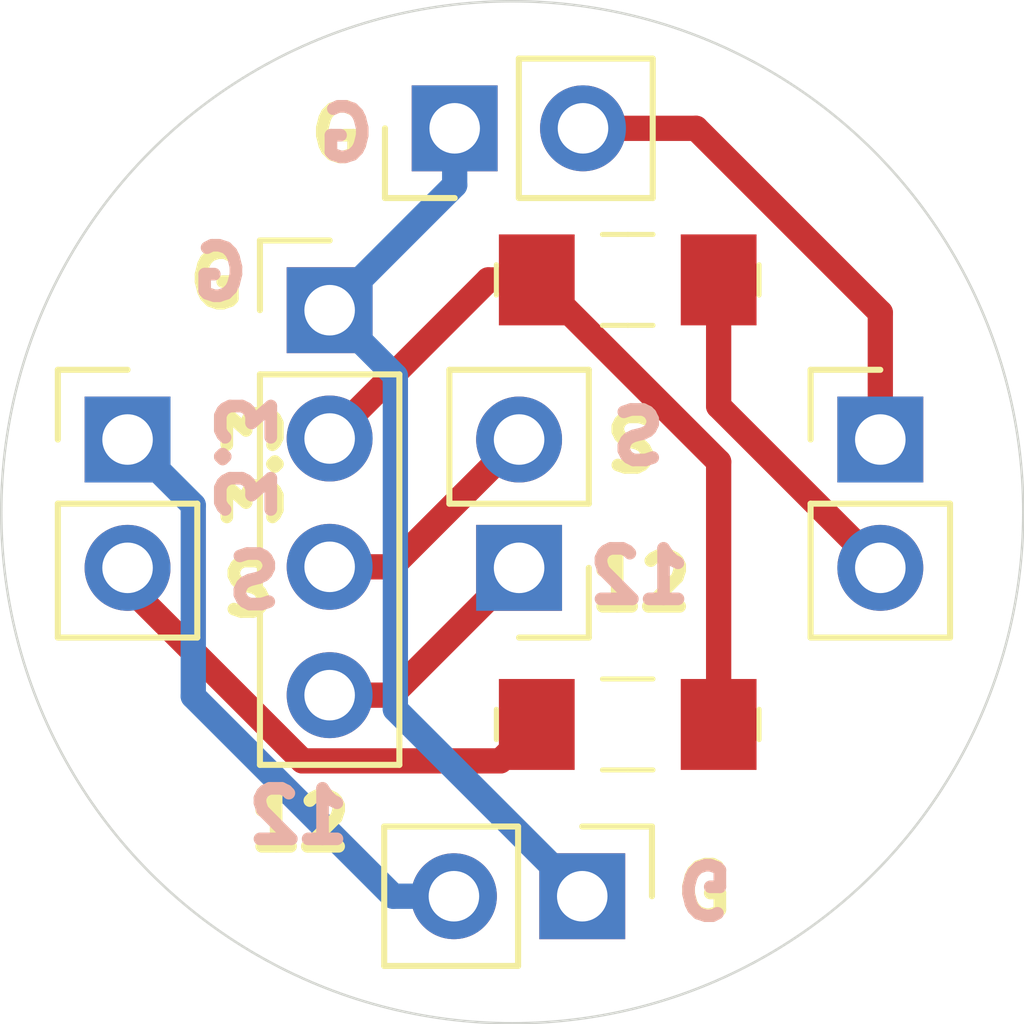
<source format=kicad_pcb>
(kicad_pcb (version 20241229) (generator "pcbnew") (generator_version "9.0")
  (layers (0 "F.Cu" signal) (2 "B.Cu" signal) (13 "F.Paste" user) (15 "B.Paste" user) (5 "F.SilkS" user "F.Silkscreen") (7 "B.SilkS" user "B.Silkscreen") (1 "F.Mask" user) (3 "B.Mask" user) (25 "Edge.Cuts" user))
  (net 0 "")
  (net 1 "GND")
  (net 2 "Net-(D3-A)")
  (net 3 "Net-(D3-K)")
  (net 4 "Net-(D1-K)")
  (net 5 "Net-(D1-A)")
  (net 6 "/S")
  (net 7 "/12")
  (net 8 "/3.3")
  (footprint "Connector_PinHeader_2.54mm:PinHeader_1x02_P2.54mm_Vertical" (layer "F.Cu") (at 166.5 104 -90)
    (property "Reference" "D4" (hide yes))
    (property "Value" "LED" (hide yes))
    (fp_line (start -1.38 3.92) (end 1.38 3.92) (stroke (width 0.12)) (layer "F.SilkS"))
    (fp_line (start -1.38 1.27) (end -1.38 3.92) (stroke (width 0.12)) (layer "F.SilkS"))
    (fp_line (start -1.38 1.27) (end 1.38 1.27) (stroke (width 0.12)) (layer "F.SilkS"))
    (fp_line (start 1.38 1.27) (end 1.38 3.92) (stroke (width 0.12)) (layer "F.SilkS"))
    (fp_line (start -1.38 0) (end -1.38 -1.38) (stroke (width 0.12)) (layer "F.SilkS"))
    (fp_line (start -1.38 -1.38) (end 0 -1.38) (stroke (width 0.12)) (layer "F.SilkS"))
    (pad "1" thru_hole rect (at 0 0 270) (size 1.7 1.7) (drill 1) (layers "*.Cu" "*.Mask") (net 1 "GND"))
    (pad "2" thru_hole circle (at 0 2.54 270) (size 1.7 1.7) (drill 1) (layers "*.Cu" "*.Mask") (net 3 "Net-(D3-K)"))
  )
  (footprint "Connector_PinHeader_2.54mm:PinHeader_1x02_P2.54mm_Vertical" (layer "F.Cu") (at 172.4 94.96)
    (property "Reference" "D1" (hide yes))
    (property "Value" "LED" (hide yes))
    (fp_line (start -1.38 -1.38) (end 0 -1.38) (stroke (width 0.12)) (layer "F.SilkS"))
    (fp_line (start -1.38 0) (end -1.38 -1.38) (stroke (width 0.12)) (layer "F.SilkS"))
    (fp_line (start -1.38 1.27) (end -1.38 3.92) (stroke (width 0.12)) (layer "F.SilkS"))
    (fp_line (start -1.38 1.27) (end 1.38 1.27) (stroke (width 0.12)) (layer "F.SilkS"))
    (fp_line (start -1.38 3.92) (end 1.38 3.92) (stroke (width 0.12)) (layer "F.SilkS"))
    (fp_line (start 1.38 1.27) (end 1.38 3.92) (stroke (width 0.12)) (layer "F.SilkS"))
    (pad "1" thru_hole rect (at 0 0) (size 1.7 1.7) (drill 1) (layers "*.Cu" "*.Mask") (net 4 "Net-(D1-K)"))
    (pad "2" thru_hole circle (at 0 2.54) (size 1.7 1.7) (drill 1) (layers "*.Cu" "*.Mask") (net 5 "Net-(D1-A)"))
  )
  (footprint "Connector_PinHeader_2.54mm:PinHeader_1x04_P2.54mm_Vertical" (layer "F.Cu") (at 161.5 92.4)
    (property "Reference" "J2" (hide yes))
    (property "Value" "Conn_01x04_Socket" (hide yes))
    (fp_line (start -1.38 -1.38) (end 0 -1.38) (stroke (width 0.12)) (layer "F.SilkS"))
    (fp_line (start -1.38 0) (end -1.38 -1.38) (stroke (width 0.12)) (layer "F.SilkS"))
    (fp_line (start -1.38 1.27) (end -1.38 9) (stroke (width 0.12)) (layer "F.SilkS"))
    (fp_line (start -1.38 1.27) (end 1.38 1.27) (stroke (width 0.12)) (layer "F.SilkS"))
    (fp_line (start -1.38 9) (end 1.38 9) (stroke (width 0.12)) (layer "F.SilkS"))
    (fp_line (start 1.38 1.27) (end 1.38 9) (stroke (width 0.12)) (layer "F.SilkS"))
    (pad "1" thru_hole rect (at 0 0) (size 1.7 1.7) (drill 1) (layers "*.Cu" "*.Mask") (net 1 "GND"))
    (pad "2" thru_hole circle (at 0 2.54) (size 1.7 1.7) (drill 1) (layers "*.Cu" "*.Mask") (net 8 "/3.3"))
    (pad "3" thru_hole circle (at 0 5.08) (size 1.7 1.7) (drill 1) (layers "*.Cu" "*.Mask") (net 6 "/S"))
    (pad "4" thru_hole circle (at 0 7.62) (size 1.7 1.7) (drill 1) (layers "*.Cu" "*.Mask") (net 7 "/12"))
  )
  (footprint "Connector_PinHeader_2.54mm:PinHeader_1x02_P2.54mm_Vertical" (layer "F.Cu") (at 157.5 94.96)
    (property "Reference" "D3" (hide yes))
    (property "Value" "LED" (hide yes))
    (fp_line (start -1.38 -1.38) (end 0 -1.38) (stroke (width 0.12)) (layer "F.SilkS"))
    (fp_line (start -1.38 0) (end -1.38 -1.38) (stroke (width 0.12)) (layer "F.SilkS"))
    (fp_line (start -1.38 1.27) (end -1.38 3.92) (stroke (width 0.12)) (layer "F.SilkS"))
    (fp_line (start -1.38 1.27) (end 1.38 1.27) (stroke (width 0.12)) (layer "F.SilkS"))
    (fp_line (start -1.38 3.92) (end 1.38 3.92) (stroke (width 0.12)) (layer "F.SilkS"))
    (fp_line (start 1.38 1.27) (end 1.38 3.92) (stroke (width 0.12)) (layer "F.SilkS"))
    (pad "1" thru_hole rect (at 0 0) (size 1.7 1.7) (drill 1) (layers "*.Cu" "*.Mask") (net 3 "Net-(D3-K)"))
    (pad "2" thru_hole circle (at 0 2.54) (size 1.7 1.7) (drill 1) (layers "*.Cu" "*.Mask") (net 2 "Net-(D3-A)"))
  )
  (footprint "digikey-footprints:1206" (layer "F.Cu") (at 167.4 100.6 180)
    (property "Reference" "R4" (hide yes))
    (property "Value" "R" (hide yes))
    (fp_line (start 2.6 -0.3) (end 2.6 0.3) (stroke (width 0.1)) (layer "F.SilkS"))
    (fp_line (start 0 0.9) (end 0.5 0.9) (stroke (width 0.1)) (layer "F.SilkS"))
    (fp_line (start 0 0.9) (end -0.5 0.9) (stroke (width 0.1)) (layer "F.SilkS"))
    (fp_line (start 0 -0.9) (end 0.5 -0.9) (stroke (width 0.1)) (layer "F.SilkS"))
    (fp_line (start 0 -0.9) (end -0.5 -0.9) (stroke (width 0.1)) (layer "F.SilkS"))
    (fp_line (start -2.6 -0.3) (end -2.6 0.3) (stroke (width 0.1)) (layer "F.SilkS"))
    (pad "1" smd rect (at -1.8 0 180) (size 1.5 1.8) (layers "F.Cu" "F.Mask" "F.Paste") (net 8 "/3.3"))
    (pad "2" smd rect (at 1.8 0 180) (size 1.5 1.8) (layers "F.Cu" "F.Mask" "F.Paste") (net 2 "Net-(D3-A)"))
  )
  (footprint "Connector_PinHeader_2.54mm:PinHeader_1x02_P2.54mm_Vertical" (layer "F.Cu") (at 163.975 88.8 90)
    (property "Reference" "D2" (hide yes))
    (property "Value" "LED" (hide yes))
    (fp_line (start -1.38 -1.38) (end 0 -1.38) (stroke (width 0.12)) (layer "F.SilkS"))
    (fp_line (start -1.38 0) (end -1.38 -1.38) (stroke (width 0.12)) (layer "F.SilkS"))
    (fp_line (start 1.38 1.27) (end 1.38 3.92) (stroke (width 0.12)) (layer "F.SilkS"))
    (fp_line (start -1.38 1.27) (end 1.38 1.27) (stroke (width 0.12)) (layer "F.SilkS"))
    (fp_line (start -1.38 1.27) (end -1.38 3.92) (stroke (width 0.12)) (layer "F.SilkS"))
    (fp_line (start -1.38 3.92) (end 1.38 3.92) (stroke (width 0.12)) (layer "F.SilkS"))
    (pad "1" thru_hole rect (at 0 0 90) (size 1.7 1.7) (drill 1) (layers "*.Cu" "*.Mask") (net 1 "GND"))
    (pad "2" thru_hole circle (at 0 2.54 90) (size 1.7 1.7) (drill 1) (layers "*.Cu" "*.Mask") (net 4 "Net-(D1-K)"))
  )
  (footprint "Connector_PinHeader_2.54mm:PinHeader_1x02_P2.54mm_Vertical" (layer "F.Cu") (at 165.25 97.5 180)
    (property "Reference" "Q2" (hide yes))
    (property "Value" "Q_Photo_NPN" (hide yes))
    (fp_line (start 1.38 1.27) (end 1.38 3.92) (stroke (width 0.12)) (layer "F.SilkS"))
    (fp_line (start -1.38 3.92) (end 1.38 3.92) (stroke (width 0.12)) (layer "F.SilkS"))
    (fp_line (start -1.38 1.27) (end 1.38 1.27) (stroke (width 0.12)) (layer "F.SilkS"))
    (fp_line (start -1.38 1.27) (end -1.38 3.92) (stroke (width 0.12)) (layer "F.SilkS"))
    (fp_line (start -1.38 0) (end -1.38 -1.38) (stroke (width 0.12)) (layer "F.SilkS"))
    (fp_line (start -1.38 -1.38) (end 0 -1.38) (stroke (width 0.12)) (layer "F.SilkS"))
    (pad "1" thru_hole rect (at 0 0 180) (size 1.7 1.7) (drill 1) (layers "*.Cu" "*.Mask") (net 7 "/12"))
    (pad "2" thru_hole circle (at 0 2.54 180) (size 1.7 1.7) (drill 1) (layers "*.Cu" "*.Mask") (net 6 "/S"))
  )
  (footprint "digikey-footprints:1206" (layer "F.Cu") (at 167.4 91.8)
    (property "Reference" "R3" (hide yes))
    (property "Value" "R" (hide yes))
    (fp_line (start -2.6 -0.3) (end -2.6 0.3) (stroke (width 0.1)) (layer "F.SilkS"))
    (fp_line (start 0 -0.9) (end -0.5 -0.9) (stroke (width 0.1)) (layer "F.SilkS"))
    (fp_line (start 0 -0.9) (end 0.5 -0.9) (stroke (width 0.1)) (layer "F.SilkS"))
    (fp_line (start 0 0.9) (end -0.5 0.9) (stroke (width 0.1)) (layer "F.SilkS"))
    (fp_line (start 0 0.9) (end 0.5 0.9) (stroke (width 0.1)) (layer "F.SilkS"))
    (fp_line (start 2.6 -0.3) (end 2.6 0.3) (stroke (width 0.1)) (layer "F.SilkS"))
    (pad "1" smd rect (at -1.8 0) (size 1.5 1.8) (layers "F.Cu" "F.Mask" "F.Paste") (net 8 "/3.3"))
    (pad "2" smd rect (at 1.8 0) (size 1.5 1.8) (layers "F.Cu" "F.Mask" "F.Paste") (net 5 "Net-(D1-A)"))
  )
  (gr_circle (center 165.114964 96.4) (end 172.864964 89.9) (stroke (width 0.05)) (fill no) (layer "Edge.Cuts"))
  (gr_text "12" (at 166.55 98.3975 0) (layer "F.SilkS") (effects (font (size 1 1) (thickness 0.25) (bold yes)) (justify left bottom)))
  (gr_text "G" (at 168.25 104.5 0) (layer "F.SilkS") (effects (font (size 1 1) (thickness 0.25) (bold yes)) (justify left bottom)))
  (gr_text "S" (at 166.85 95.6475 0) (layer "F.SilkS") (effects (font (size 1 1) (thickness 0.25) (bold yes)) (justify left bottom)))
  (gr_text "G" (at 161 89.5 0) (layer "F.SilkS") (effects (font (size 1 1) (thickness 0.25) (bold yes)) (justify left bottom)))
  (gr_text "12" (at 159.8 103.1475 0) (layer "F.SilkS") (effects (font (size 1 1) (thickness 0.25) (bold yes)) (justify left bottom)))
  (gr_text "3.3\n" (at 160.6 96.8 90) (layer "F.SilkS") (effects (font (size 1 1) (thickness 0.25) (bold yes)) (justify left bottom)))
  (gr_text "G" (at 158.6 92.3975 0) (layer "F.SilkS") (effects (font (size 1 1) (thickness 0.25) (bold yes)) (justify left bottom)))
  (gr_text "S" (at 159.25 98.5 0) (layer "F.SilkS") (effects (font (size 1 1) (thickness 0.25) (bold yes)) (justify left bottom)))
  (gr_text "S" (at 160.65 98.3525 0) (layer "B.SilkS") (effects (font (size 1 1) (thickness 0.25) (bold yes)) (justify left bottom mirror)))
  (gr_text "G" (at 162.5 89.5 0) (layer "B.SilkS") (effects (font (size 1 1) (thickness 0.25) (bold yes)) (justify left bottom mirror)))
  (gr_text "G" (at 168.25 103.25 180) (layer "B.SilkS") (effects (font (size 1 1) (thickness 0.25) (bold yes)) (justify left bottom mirror)))
  (gr_text "S" (at 168.25 95.5 0) (layer "B.SilkS") (effects (font (size 1 1) (thickness 0.25) (bold yes)) (justify left bottom mirror)))
  (gr_text "12" (at 168.75 98.25 0) (layer "B.SilkS") (effects (font (size 1 1) (thickness 0.25) (bold yes)) (justify left bottom mirror)))
  (gr_text "3.3\n" (at 159.2 96.6525 270) (layer "B.SilkS") (effects (font (size 1 1) (thickness 0.25) (bold yes)) (justify left bottom mirror)))
  (gr_text "12" (at 162 103 0) (layer "B.SilkS") (effects (font (size 1 1) (thickness 0.25) (bold yes)) (justify left bottom mirror)))
  (gr_text "G" (at 160 92.25 0) (layer "B.SilkS") (effects (font (size 1 1) (thickness 0.25) (bold yes)) (justify left bottom mirror)))
  (segment (start 162.801 100.301) (end 166.5 104) (width 0.5) (layer "B.Cu") (net 1))
  (segment (start 163.975 88.8) (end 163.975 89.925) (width 0.5) (layer "B.Cu") (net 1))
  (segment (start 162.801 93.701) (end 162.801 100.301) (width 0.5) (layer "B.Cu") (net 1))
  (segment (start 161.5 92.4) (end 162.801 93.701) (width 0.5) (layer "B.Cu") (net 1))
  (segment (start 163.975 89.925) (end 161.5 92.4) (width 0.5) (layer "B.Cu") (net 1))
  (segment (start 160.961108 101.321) (end 157.5 97.859892) (width 0.5) (layer "F.Cu") (net 2))
  (segment (start 157.5 97.859892) (end 157.5 97.5) (width 0.5) (layer "F.Cu") (net 2))
  (segment (start 164.879 101.321) (end 160.961108 101.321) (width 0.5) (layer "F.Cu") (net 2))
  (segment (start 165.6 100.6) (end 164.879 101.321) (width 0.5) (layer "F.Cu") (net 2))
  (segment (start 162.757919 104) (end 158.801 100.043081) (width 0.5) (layer "B.Cu") (net 3))
  (segment (start 158.801 100.043081) (end 158.801 96.261) (width 0.5) (layer "B.Cu") (net 3))
  (segment (start 158.801 96.261) (end 157.5 94.96) (width 0.5) (layer "B.Cu") (net 3))
  (segment (start 163.96 104) (end 162.757919 104) (width 0.5) (layer "B.Cu") (net 3))
  (segment (start 168.752 88.8) (end 172.4 92.448) (width 0.5) (layer "F.Cu") (net 4))
  (segment (start 166.515 88.8) (end 168.752 88.8) (width 0.5) (layer "F.Cu") (net 4))
  (segment (start 172.4 92.448) (end 172.4 94.96) (width 0.5) (layer "F.Cu") (net 4))
  (segment (start 169.2 94.3) (end 169.2 91.8) (width 0.5) (layer "F.Cu") (net 5))
  (segment (start 172.4 97.5) (end 169.2 94.3) (width 0.5) (layer "F.Cu") (net 5))
  (segment (start 162.73 97.48) (end 165.25 94.96) (width 0.5) (layer "F.Cu") (net 6))
  (segment (start 161.5 97.48) (end 162.73 97.48) (width 0.5) (layer "F.Cu") (net 6))
  (segment (start 161.5 100.02) (end 162.73 100.02) (width 0.5) (layer "F.Cu") (net 7))
  (segment (start 162.73 100.02) (end 165.25 97.5) (width 0.5) (layer "F.Cu") (net 7))
  (segment (start 169.2 100.6) (end 169.2 95.4) (width 0.5) (layer "F.Cu") (net 8))
  (segment (start 165.6 91.8) (end 164.64 91.8) (width 0.5) (layer "F.Cu") (net 8))
  (segment (start 164.64 91.8) (end 161.5 94.94) (width 0.5) (layer "F.Cu") (net 8))
  (segment (start 169.2 95.4) (end 165.6 91.8) (width 0.5) (layer "F.Cu") (net 8))
)
</source>
